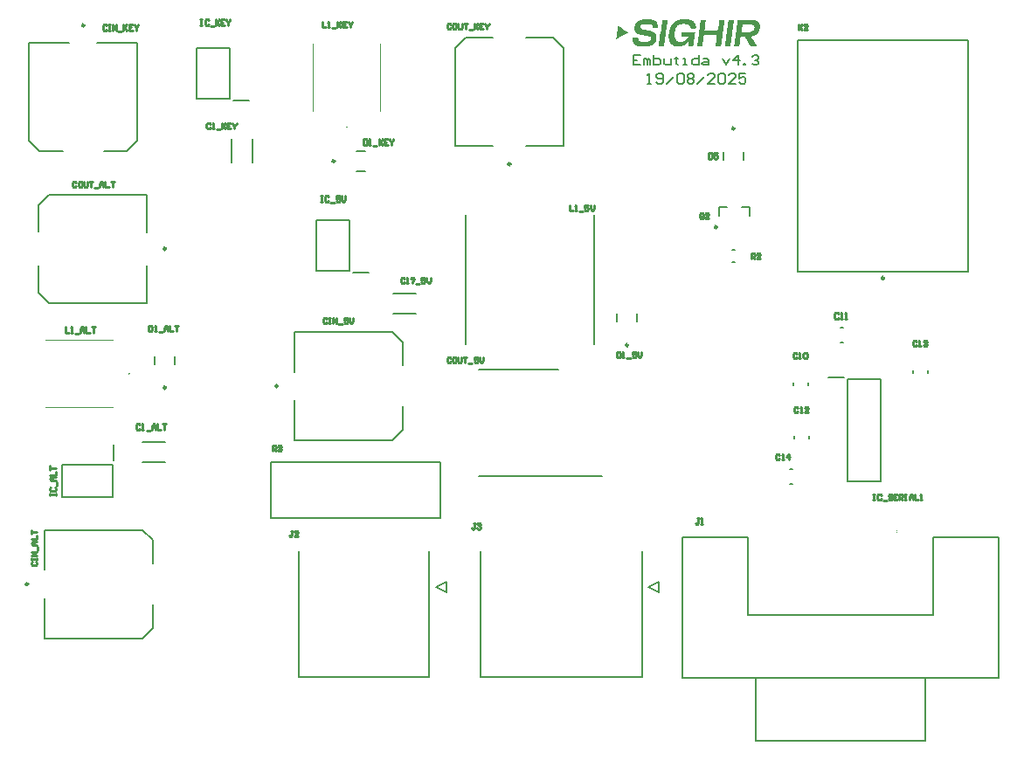
<source format=gto>
G04*
G04 #@! TF.GenerationSoftware,Altium Limited,Altium Designer,25.8.1 (18)*
G04*
G04 Layer_Color=65535*
%FSLAX44Y44*%
%MOMM*%
G71*
G04*
G04 #@! TF.SameCoordinates,3D28AD71-2A70-4CFD-9337-590B9DAEE029*
G04*
G04*
G04 #@! TF.FilePolarity,Positive*
G04*
G01*
G75*
%ADD10C,0.1000*%
%ADD11C,0.2500*%
%ADD12C,0.2000*%
%ADD13C,0.1270*%
%ADD14C,0.2540*%
G36*
X615570Y631680D02*
X614690D01*
Y633440D01*
X615130D01*
Y636080D01*
X615570D01*
Y639160D01*
X616010D01*
Y641360D01*
X616450D01*
Y644000D01*
X616890D01*
Y644440D01*
X617770D01*
Y644000D01*
X618210D01*
Y643560D01*
X619090D01*
Y643120D01*
X619530D01*
Y642680D01*
X620410D01*
Y642240D01*
X620850D01*
Y641800D01*
X621290D01*
Y641360D01*
X622170D01*
Y640920D01*
X622610D01*
Y640480D01*
X623490D01*
Y640040D01*
X623930D01*
Y639600D01*
X624810D01*
Y639160D01*
X625250D01*
Y638720D01*
X626130D01*
Y637840D01*
X625690D01*
Y637400D01*
X624810D01*
Y636960D01*
X623930D01*
Y636520D01*
X623050D01*
Y636080D01*
X622170D01*
Y635640D01*
X621290D01*
Y635200D01*
X620850D01*
Y634760D01*
X619970D01*
Y634320D01*
X619090D01*
Y633880D01*
X618210D01*
Y633440D01*
X617770D01*
Y633000D01*
X616890D01*
Y632560D01*
X616450D01*
Y632120D01*
X615570D01*
Y631680D01*
D02*
G37*
G36*
X639330Y629480D02*
X646370D01*
Y629920D01*
X647250D01*
Y630360D01*
X647690D01*
Y630800D01*
X648130D01*
Y631240D01*
X648570D01*
Y633000D01*
X648130D01*
Y633880D01*
X647250D01*
Y634320D01*
X645930D01*
Y634760D01*
X643730D01*
Y635200D01*
X641530D01*
Y635640D01*
X639330D01*
Y636080D01*
X637130D01*
Y636520D01*
X636690D01*
Y636960D01*
X635370D01*
Y637400D01*
X634930D01*
Y637840D01*
X634490D01*
Y638280D01*
X634050D01*
Y638720D01*
X633610D01*
Y639160D01*
X633170D01*
Y640040D01*
X632730D01*
Y644440D01*
X633170D01*
Y645760D01*
X633610D01*
Y646640D01*
X634050D01*
Y647520D01*
X634490D01*
Y647960D01*
X634930D01*
Y648400D01*
X635370D01*
Y648840D01*
X635810D01*
Y649280D01*
X636690D01*
Y649720D01*
X637130D01*
Y650160D01*
X638450D01*
Y650600D01*
X640210D01*
Y651040D01*
X644610D01*
Y651480D01*
X645930D01*
Y651040D01*
X649450D01*
Y650600D01*
X651210D01*
Y650160D01*
X652090D01*
Y649720D01*
X652970D01*
Y649280D01*
X653410D01*
Y648840D01*
X653850D01*
Y648400D01*
X654290D01*
Y647520D01*
X654730D01*
Y646200D01*
X655170D01*
Y642680D01*
X650330D01*
Y644000D01*
X649890D01*
Y644880D01*
X649450D01*
Y645320D01*
X649010D01*
Y645760D01*
X648130D01*
Y646200D01*
X640210D01*
Y645760D01*
X639330D01*
Y645320D01*
X638890D01*
Y644880D01*
X638450D01*
Y644000D01*
X638010D01*
Y642680D01*
X638450D01*
Y642240D01*
X638890D01*
Y641800D01*
X639770D01*
Y641360D01*
X641530D01*
Y640920D01*
X644170D01*
Y640480D01*
X645930D01*
Y640040D01*
X648130D01*
Y639600D01*
X649890D01*
Y639160D01*
X650330D01*
Y638720D01*
X651650D01*
Y638280D01*
X652090D01*
Y637840D01*
X652530D01*
Y637400D01*
X652970D01*
Y636960D01*
X653410D01*
Y635640D01*
X653850D01*
Y630800D01*
X653410D01*
Y629480D01*
X652970D01*
Y628600D01*
X652530D01*
Y628160D01*
X652090D01*
Y627280D01*
X651210D01*
Y626840D01*
X650770D01*
Y626400D01*
X650330D01*
Y625960D01*
X649450D01*
Y625520D01*
X647690D01*
Y625080D01*
X645930D01*
Y624640D01*
X637130D01*
Y625080D01*
X635370D01*
Y625520D01*
X634050D01*
Y625960D01*
X633610D01*
Y626400D01*
X633170D01*
Y626840D01*
X632730D01*
Y627280D01*
X632290D01*
Y627720D01*
X631850D01*
Y628600D01*
X631410D01*
Y629480D01*
X630970D01*
Y633000D01*
X631850D01*
Y633440D01*
X635370D01*
Y633000D01*
X635810D01*
Y632120D01*
X636250D01*
Y631240D01*
X636690D01*
Y630360D01*
X637130D01*
Y629920D01*
X638010D01*
Y629480D01*
X638890D01*
X639330D01*
D02*
G37*
G36*
X661330Y627280D02*
Y625520D01*
X660890D01*
Y625080D01*
X656050D01*
Y626400D01*
X656490D01*
Y630360D01*
X656930D01*
Y633000D01*
X657370D01*
Y636520D01*
X657810D01*
Y639160D01*
X658250D01*
Y642680D01*
X658690D01*
Y645760D01*
X659130D01*
Y648840D01*
X659570D01*
Y650600D01*
X664410D01*
Y646200D01*
X663970D01*
Y643560D01*
X663530D01*
Y640920D01*
X663090D01*
Y637840D01*
X662650D01*
Y633880D01*
X662210D01*
Y631240D01*
X661770D01*
Y628160D01*
X661330D01*
Y627720D01*
Y627280D01*
D02*
G37*
G36*
X688610Y641800D02*
X687290D01*
Y642240D01*
X686850D01*
Y644000D01*
X686410D01*
Y644440D01*
X685970D01*
Y644880D01*
X685530D01*
Y645320D01*
X685090D01*
Y645760D01*
X684210D01*
Y646200D01*
X681130D01*
Y646640D01*
X679370D01*
Y646200D01*
X676290D01*
Y645760D01*
X675410D01*
Y645320D01*
X674970D01*
Y644880D01*
X674090D01*
Y644440D01*
X673650D01*
Y643560D01*
X673210D01*
Y643120D01*
X672770D01*
Y642240D01*
X672330D01*
Y641360D01*
X671890D01*
Y639600D01*
X671450D01*
Y633000D01*
X671890D01*
Y631680D01*
X672330D01*
Y631240D01*
X672770D01*
Y630800D01*
X673210D01*
Y630360D01*
X674090D01*
Y629920D01*
X674530D01*
Y629480D01*
X679810D01*
Y629920D01*
X680690D01*
Y630360D01*
X681570D01*
Y630800D01*
X682010D01*
Y631240D01*
X682450D01*
Y631680D01*
X682890D01*
Y632120D01*
X683330D01*
Y632560D01*
X683770D01*
Y633000D01*
X684210D01*
Y633440D01*
X684650D01*
Y634320D01*
X678490D01*
Y634760D01*
X678050D01*
Y635640D01*
X678490D01*
Y638720D01*
X691690D01*
Y637400D01*
X691250D01*
Y635200D01*
X690810D01*
Y631680D01*
X690370D01*
Y628600D01*
X689930D01*
Y625520D01*
X689490D01*
Y625080D01*
X684650D01*
Y626400D01*
X685090D01*
Y629040D01*
X685530D01*
Y629480D01*
X684650D01*
Y629040D01*
X684210D01*
Y628600D01*
X683770D01*
Y628160D01*
X683330D01*
Y627720D01*
X682890D01*
Y627280D01*
X682450D01*
Y626840D01*
X681570D01*
Y626400D01*
X681130D01*
Y625960D01*
X680250D01*
Y625520D01*
X679370D01*
Y625080D01*
X678050D01*
Y624640D01*
X672330D01*
Y625080D01*
X670570D01*
Y625520D01*
X669690D01*
Y625960D01*
X669250D01*
Y626400D01*
X668810D01*
Y626840D01*
X668370D01*
Y627280D01*
X667930D01*
Y627720D01*
X667490D01*
Y628600D01*
X667050D01*
Y629040D01*
X666610D01*
Y630360D01*
X666170D01*
Y632560D01*
X665730D01*
Y636960D01*
X666170D01*
Y640040D01*
X666610D01*
Y641360D01*
X667050D01*
Y642680D01*
X667490D01*
Y643560D01*
X667930D01*
Y644440D01*
X668370D01*
Y645320D01*
X668810D01*
Y646200D01*
X669250D01*
Y646640D01*
X669690D01*
Y647080D01*
X670130D01*
Y647520D01*
X670570D01*
Y647960D01*
X671010D01*
Y648400D01*
X671450D01*
Y648840D01*
X671890D01*
Y649280D01*
X672770D01*
Y649720D01*
X673650D01*
Y650160D01*
X674970D01*
Y650600D01*
X676290D01*
Y651040D01*
X680690D01*
Y651480D01*
X681570D01*
Y651040D01*
X685530D01*
Y650600D01*
X687290D01*
Y650160D01*
X688610D01*
Y649720D01*
X689050D01*
Y649280D01*
X689930D01*
Y648840D01*
X690370D01*
Y647960D01*
X690810D01*
Y647520D01*
X691250D01*
Y646640D01*
X691690D01*
Y644440D01*
X692130D01*
Y642680D01*
X691690D01*
Y641800D01*
X689050D01*
X688610D01*
D02*
G37*
G36*
X698730Y629040D02*
Y625960D01*
X698290D01*
Y625080D01*
X693450D01*
Y628600D01*
X693890D01*
Y632120D01*
X694330D01*
Y634320D01*
X694770D01*
Y637840D01*
X695210D01*
Y641360D01*
X695650D01*
Y644000D01*
X696090D01*
Y647520D01*
X696530D01*
Y650160D01*
X696970D01*
Y650600D01*
X701810D01*
Y648840D01*
X701370D01*
Y645320D01*
X700930D01*
Y641360D01*
X700490D01*
Y640480D01*
X700930D01*
Y640040D01*
X713250D01*
Y641360D01*
X713690D01*
Y644440D01*
X714130D01*
Y647520D01*
X714570D01*
Y650160D01*
X715010D01*
Y650600D01*
X719850D01*
Y648400D01*
X719410D01*
Y645320D01*
X718970D01*
Y641800D01*
X718530D01*
Y639600D01*
X718090D01*
Y636080D01*
X717650D01*
Y632120D01*
X717210D01*
Y629040D01*
X716770D01*
Y626400D01*
X716330D01*
Y625080D01*
X711490D01*
Y628600D01*
X711930D01*
Y631680D01*
X712370D01*
Y634760D01*
X712810D01*
Y635200D01*
X712370D01*
Y635640D01*
X700050D01*
Y635200D01*
X699610D01*
Y633000D01*
X699170D01*
Y629480D01*
X698730D01*
Y629040D01*
D02*
G37*
G36*
X722050Y636520D02*
Y640040D01*
X722490D01*
Y642680D01*
X722930D01*
Y646200D01*
X723370D01*
Y648840D01*
X723810D01*
Y650600D01*
X728650D01*
Y647080D01*
X728210D01*
Y643560D01*
X727770D01*
Y640920D01*
X727330D01*
Y637840D01*
X726890D01*
Y634320D01*
X726450D01*
Y631680D01*
X726010D01*
Y628160D01*
X725570D01*
Y625520D01*
X725130D01*
Y625080D01*
X720290D01*
Y626840D01*
X720730D01*
Y630360D01*
X721170D01*
Y633880D01*
X721610D01*
Y636520D01*
X722050D01*
D02*
G37*
G36*
X748450Y650160D02*
X750210D01*
Y649720D01*
X751090D01*
Y649280D01*
X751970D01*
Y648840D01*
X752410D01*
Y648400D01*
X752850D01*
Y647960D01*
X753290D01*
Y647080D01*
X753730D01*
Y646200D01*
X754170D01*
Y641800D01*
X753730D01*
Y640040D01*
X753290D01*
Y639160D01*
X752850D01*
Y638280D01*
X752410D01*
Y637840D01*
X751970D01*
Y637400D01*
X751530D01*
Y636960D01*
X751090D01*
Y636520D01*
X750650D01*
Y636080D01*
X750210D01*
Y635640D01*
X749330D01*
Y635200D01*
X748450D01*
Y634760D01*
X746690D01*
Y634320D01*
X745810D01*
Y633440D01*
X746250D01*
Y632560D01*
X746690D01*
Y632120D01*
X747130D01*
Y631240D01*
X747570D01*
Y630800D01*
X748010D01*
Y629920D01*
X748450D01*
Y629040D01*
X748890D01*
Y628600D01*
X749330D01*
Y627720D01*
X749770D01*
Y627280D01*
X750210D01*
Y626400D01*
X750650D01*
Y625960D01*
X751090D01*
Y625080D01*
X744930D01*
Y625520D01*
X744490D01*
Y625960D01*
X744050D01*
Y626840D01*
X743610D01*
Y627720D01*
X743170D01*
Y628160D01*
X742730D01*
Y629040D01*
X742290D01*
Y629920D01*
X741850D01*
Y630360D01*
X741410D01*
Y631240D01*
X740970D01*
Y631680D01*
X740530D01*
Y632560D01*
X740090D01*
Y633440D01*
X739650D01*
Y633880D01*
X739210D01*
Y634320D01*
X736130D01*
Y633880D01*
X735690D01*
Y633440D01*
X735250D01*
Y629920D01*
X734810D01*
Y626840D01*
X734370D01*
Y625080D01*
X729090D01*
Y626400D01*
X729530D01*
Y628600D01*
X729970D01*
Y632120D01*
X730410D01*
Y636080D01*
X730850D01*
Y638280D01*
X731290D01*
Y641800D01*
X731730D01*
Y642680D01*
Y643120D01*
Y644880D01*
X732170D01*
Y647960D01*
X732610D01*
Y650160D01*
X733050D01*
Y650600D01*
X748450D01*
Y650160D01*
D02*
G37*
%LPC*%
G36*
X744930Y646200D02*
X737450D01*
Y645320D01*
X737010D01*
Y643120D01*
X736570D01*
Y640480D01*
Y640040D01*
Y638720D01*
X745370D01*
Y639160D01*
X746690D01*
Y639600D01*
X747130D01*
Y640040D01*
X748010D01*
Y640920D01*
X748450D01*
Y642680D01*
X748890D01*
Y643560D01*
X748450D01*
Y644880D01*
X748010D01*
Y645320D01*
X747130D01*
Y645760D01*
X744930D01*
Y646200D01*
D02*
G37*
%LPD*%
D10*
X886870Y155080D02*
G03*
X886870Y154080I0J-500D01*
G01*
D02*
G03*
X886870Y155080I0J500D01*
G01*
X61870Y275180D02*
X126870D01*
X61870Y340180D02*
X126870D01*
X320870Y562180D02*
Y627180D01*
X385870Y562180D02*
Y627180D01*
D11*
X874620Y400180D02*
G03*
X874620Y400180I-1250J0D01*
G01*
X45120Y103680D02*
G03*
X45120Y103680I-1250J0D01*
G01*
X178620Y294180D02*
G03*
X178620Y294180I-1250J0D01*
G01*
X287120Y295680D02*
G03*
X287120Y295680I-1250J0D01*
G01*
X178620Y428680D02*
G03*
X178620Y428680I-1250J0D01*
G01*
X99620Y645180D02*
G03*
X99620Y645180I-1250J0D01*
G01*
X342120Y513680D02*
G03*
X342120Y513680I-1250J0D01*
G01*
X512620Y510680D02*
G03*
X512620Y510680I-1250J0D01*
G01*
X626620Y335180D02*
G03*
X626620Y335180I-1250J0D01*
G01*
X729620Y545180D02*
G03*
X729620Y545180I-1250J0D01*
G01*
X712620Y449680D02*
G03*
X712620Y449680I-1250J0D01*
G01*
D12*
X142870Y307680D02*
G03*
X142870Y307680I-500J0D01*
G01*
X353870Y546680D02*
G03*
X353870Y546680I-500J0D01*
G01*
X444870Y167680D02*
Y221680D01*
X279870D02*
X444870D01*
X279870Y167680D02*
Y221680D01*
Y167680D02*
X444870D01*
X832070Y73680D02*
X922070D01*
Y148680D01*
X985570D01*
Y12680D02*
Y148680D01*
X678570Y12680D02*
X985570D01*
X678570D02*
Y148680D01*
X742070D01*
Y73680D02*
Y148680D01*
Y73680D02*
X832070D01*
X914070Y-48320D02*
Y12680D01*
X750070Y-48320D02*
X914070D01*
X750070D02*
Y12680D01*
X790870Y406180D02*
Y631180D01*
X955870D01*
Y406180D02*
Y631180D01*
X790870Y406180D02*
X955870D01*
X60870Y51180D02*
Y89930D01*
Y117430D02*
Y156180D01*
X155870D01*
X60870Y51180D02*
X155870D01*
Y156180D02*
X165870Y146180D01*
X155870Y51180D02*
X165870Y61180D01*
Y123680D02*
Y146180D01*
Y61180D02*
Y83680D01*
X126870Y187680D02*
Y219680D01*
X77870Y187680D02*
X126870D01*
X77870D02*
Y219680D01*
X126870D01*
X128170Y223180D02*
Y238430D01*
X155320Y241680D02*
X177420D01*
X155320Y221680D02*
X177420D01*
X186870Y316830D02*
Y324530D01*
X167870Y316830D02*
Y324530D01*
X302870Y243180D02*
Y281930D01*
Y309430D02*
Y348180D01*
X397870D01*
X302870Y243180D02*
X397870D01*
Y348180D02*
X407870Y338180D01*
X397870Y243180D02*
X407870Y253180D01*
Y315680D02*
Y338180D01*
Y253180D02*
Y275680D01*
X481870Y208180D02*
X601370D01*
X481870Y311180D02*
X559120D01*
X54870Y445030D02*
Y471180D01*
Y386180D02*
Y412330D01*
Y471180D02*
X64870Y481180D01*
X54870Y386180D02*
X64870Y376180D01*
Y481180D02*
X159870D01*
X64870Y376180D02*
X159870D01*
Y412430D01*
Y444930D02*
Y481180D01*
X45870Y628180D02*
X84620D01*
X112120D02*
X150870D01*
Y533180D02*
Y628180D01*
X45870Y533180D02*
Y628180D01*
X140870Y523180D02*
X150870Y533180D01*
X45870D02*
X55870Y523180D01*
X118370D02*
X140870D01*
X55870D02*
X78370D01*
X262370Y512630D02*
Y534730D01*
X242370Y512630D02*
Y534730D01*
X208490Y573830D02*
X240490D01*
X208490D02*
Y622830D01*
X240490D01*
Y573830D02*
Y622830D01*
X243990Y572530D02*
X259240D01*
X398320Y365680D02*
X420420D01*
X398320Y385680D02*
X420420D01*
X324370Y407180D02*
X356370D01*
X324370D02*
Y456180D01*
X356370D01*
Y407180D02*
Y456180D01*
X359870Y405880D02*
X375120D01*
X593870Y336180D02*
Y461180D01*
X468870Y336180D02*
Y461180D01*
X363520Y504180D02*
X371220D01*
X363520Y523180D02*
X371220D01*
X527620Y528180D02*
X563870D01*
X458870D02*
X495120D01*
X458870D02*
Y623180D01*
X563870Y528180D02*
Y623180D01*
X458870D02*
X468870Y633180D01*
X553870D02*
X563870Y623180D01*
X468870Y633180D02*
X495020D01*
X527720D02*
X553870D01*
X783120Y214930D02*
X785620D01*
X783120Y200430D02*
X785620D01*
X786120Y296430D02*
Y298930D01*
X800620Y296430D02*
Y298930D01*
X820620Y303880D02*
X835870D01*
X839370Y203180D02*
Y302180D01*
Y203180D02*
X871370D01*
Y302180D01*
X839370D02*
X871370D01*
X787120Y244430D02*
Y246930D01*
X801620Y244430D02*
Y246930D01*
X902120Y308430D02*
Y310930D01*
X916620Y308430D02*
Y310930D01*
X615870Y357830D02*
Y365530D01*
X634870Y357830D02*
Y365530D01*
X727370Y427430D02*
X729370D01*
X727370Y415930D02*
X729370D01*
X718620Y514830D02*
Y522530D01*
X738120Y514830D02*
Y522530D01*
X832120Y337430D02*
X834620D01*
X832120Y351930D02*
X834620D01*
X736370Y468680D02*
X744370D01*
Y460680D02*
Y468680D01*
X714370D02*
X722370D01*
X714370Y460680D02*
Y468680D01*
X645370Y588680D02*
X648702D01*
X647036D01*
Y598677D01*
X645370Y597011D01*
X653701Y590346D02*
X655367Y588680D01*
X658699D01*
X660365Y590346D01*
Y597011D01*
X658699Y598677D01*
X655367D01*
X653701Y597011D01*
Y595345D01*
X655367Y593678D01*
X660365D01*
X663697Y588680D02*
X670362Y595345D01*
X673694Y597011D02*
X675360Y598677D01*
X678693D01*
X680359Y597011D01*
Y590346D01*
X678693Y588680D01*
X675360D01*
X673694Y590346D01*
Y597011D01*
X683691D02*
X685357Y598677D01*
X688689D01*
X690356Y597011D01*
Y595345D01*
X688689Y593678D01*
X690356Y592012D01*
Y590346D01*
X688689Y588680D01*
X685357D01*
X683691Y590346D01*
Y592012D01*
X685357Y593678D01*
X683691Y595345D01*
Y597011D01*
X685357Y593678D02*
X688689D01*
X693688Y588680D02*
X700352Y595345D01*
X710349Y588680D02*
X703684D01*
X710349Y595345D01*
Y597011D01*
X708683Y598677D01*
X705351D01*
X703684Y597011D01*
X713681D02*
X715348Y598677D01*
X718680D01*
X720346Y597011D01*
Y590346D01*
X718680Y588680D01*
X715348D01*
X713681Y590346D01*
Y597011D01*
X730343Y588680D02*
X723678D01*
X730343Y595345D01*
Y597011D01*
X728677Y598677D01*
X725344D01*
X723678Y597011D01*
X740339Y598677D02*
X733675D01*
Y593678D01*
X737007Y595345D01*
X738673D01*
X740339Y593678D01*
Y590346D01*
X738673Y588680D01*
X735341D01*
X733675Y590346D01*
X638035Y616677D02*
X631370D01*
Y606680D01*
X638035D01*
X631370Y611678D02*
X634702D01*
X641367Y606680D02*
Y613344D01*
X643033D01*
X644699Y611678D01*
Y606680D01*
Y611678D01*
X646365Y613344D01*
X648031Y611678D01*
Y606680D01*
X651364Y616677D02*
Y606680D01*
X656362D01*
X658028Y608346D01*
Y610012D01*
Y611678D01*
X656362Y613344D01*
X651364D01*
X661360D02*
Y608346D01*
X663027Y606680D01*
X668025D01*
Y613344D01*
X673023Y615011D02*
Y613344D01*
X671357D01*
X674689D01*
X673023D01*
Y608346D01*
X674689Y606680D01*
X679688D02*
X683020D01*
X681354D01*
Y613344D01*
X679688D01*
X694683Y616677D02*
Y606680D01*
X689685D01*
X688018Y608346D01*
Y611678D01*
X689685Y613344D01*
X694683D01*
X699681D02*
X703014D01*
X704680Y611678D01*
Y606680D01*
X699681D01*
X698015Y608346D01*
X699681Y610012D01*
X704680D01*
X718009Y613344D02*
X721341Y606680D01*
X724673Y613344D01*
X733004Y606680D02*
Y616677D01*
X728006Y611678D01*
X734670D01*
X738002Y606680D02*
Y608346D01*
X739668D01*
Y606680D01*
X738002D01*
X746333Y615011D02*
X747999Y616677D01*
X751331D01*
X752997Y615011D01*
Y613344D01*
X751331Y611678D01*
X749665D01*
X751331D01*
X752997Y610012D01*
Y608346D01*
X751331Y606680D01*
X747999D01*
X746333Y608346D01*
D13*
X440370Y100680D02*
X450370Y105680D01*
X440370Y100680D02*
X450370Y95680D01*
Y105680D01*
X307120Y13480D02*
Y135880D01*
Y13480D02*
X433620D01*
Y135880D01*
X639620Y13480D02*
Y135880D01*
X483120Y13480D02*
X639620D01*
X483120D02*
Y135880D01*
X656370Y95680D02*
Y105680D01*
X646370Y100680D02*
X656370Y95680D01*
X646370Y100680D02*
X656370Y105680D01*
D14*
X301497Y155299D02*
X299751D01*
X300624D01*
Y150934D01*
X299751Y150061D01*
X298878D01*
X298005Y150934D01*
X306735Y150061D02*
X303243D01*
X306735Y153553D01*
Y154426D01*
X305862Y155299D01*
X304116D01*
X303243Y154426D01*
X282005Y233061D02*
Y238299D01*
X284624D01*
X285497Y237426D01*
Y235680D01*
X284624Y234807D01*
X282005D01*
X283751D02*
X285497Y233061D01*
X287243Y237426D02*
X288116Y238299D01*
X289862D01*
X290735Y237426D01*
Y236553D01*
X289862Y235680D01*
X288989D01*
X289862D01*
X290735Y234807D01*
Y233934D01*
X289862Y233061D01*
X288116D01*
X287243Y233934D01*
X478497Y162299D02*
X476751D01*
X477624D01*
Y157934D01*
X476751Y157061D01*
X475878D01*
X475005Y157934D01*
X480243Y161426D02*
X481116Y162299D01*
X482862D01*
X483735Y161426D01*
Y160553D01*
X482862Y159680D01*
X481989D01*
X482862D01*
X483735Y158807D01*
Y157934D01*
X482862Y157061D01*
X481116D01*
X480243Y157934D01*
X695370Y167299D02*
X693624D01*
X694497D01*
Y162934D01*
X693624Y162061D01*
X692751D01*
X691878Y162934D01*
X697116Y162061D02*
X698862D01*
X697989D01*
Y167299D01*
X697116Y166426D01*
X791464Y646080D02*
Y640842D01*
Y642588D01*
X794956Y646080D01*
X792337Y643461D01*
X794956Y640842D01*
X800194D02*
X796702D01*
X800194Y644334D01*
Y645207D01*
X799321Y646080D01*
X797575D01*
X796702Y645207D01*
X49187Y125148D02*
X48314Y124275D01*
Y122529D01*
X49187Y121656D01*
X52680D01*
X53553Y122529D01*
Y124275D01*
X52680Y125148D01*
X48314Y126894D02*
Y128640D01*
Y127767D01*
X53553D01*
Y126894D01*
Y128640D01*
Y131259D02*
X48314D01*
X53553Y134751D01*
X48314D01*
X54426Y136497D02*
Y139990D01*
X53553Y141736D02*
X50060D01*
X48314Y143482D01*
X50060Y145228D01*
X53553D01*
X50933D01*
Y141736D01*
X48314Y146974D02*
X53553D01*
Y150466D01*
X48314Y152212D02*
Y155704D01*
Y153958D01*
X53553D01*
X66314Y189275D02*
Y191021D01*
Y190148D01*
X71553D01*
Y189275D01*
Y191021D01*
X67187Y197132D02*
X66314Y196259D01*
Y194513D01*
X67187Y193640D01*
X70680D01*
X71553Y194513D01*
Y196259D01*
X70680Y197132D01*
X72426Y198878D02*
Y202370D01*
X71553Y204116D02*
X68060D01*
X66314Y205863D01*
X68060Y207609D01*
X71553D01*
X68934D01*
Y204116D01*
X66314Y209355D02*
X71553D01*
Y212847D01*
X66314Y214593D02*
Y218085D01*
Y216339D01*
X71553D01*
X153457Y257863D02*
X152584Y258736D01*
X150838D01*
X149965Y257863D01*
Y254370D01*
X150838Y253497D01*
X152584D01*
X153457Y254370D01*
X155203Y253497D02*
X156949D01*
X156076D01*
Y258736D01*
X155203Y257863D01*
X159568Y252624D02*
X163060D01*
X164806Y253497D02*
Y256990D01*
X166553Y258736D01*
X168299Y256990D01*
Y253497D01*
Y256117D01*
X164806D01*
X170045Y258736D02*
Y253497D01*
X173537D01*
X175283Y258736D02*
X178775D01*
X177029D01*
Y253497D01*
X80965Y352736D02*
Y347497D01*
X84457D01*
X86203D02*
X87949D01*
X87076D01*
Y352736D01*
X86203Y351863D01*
X90568Y346624D02*
X94060D01*
X95807Y347497D02*
Y350990D01*
X97553Y352736D01*
X99299Y350990D01*
Y347497D01*
Y350117D01*
X95807D01*
X101045Y352736D02*
Y347497D01*
X104537D01*
X106283Y352736D02*
X109775D01*
X108029D01*
Y347497D01*
X161965Y353736D02*
Y348497D01*
X164584D01*
X165457Y349370D01*
Y352863D01*
X164584Y353736D01*
X161965D01*
X167203Y348497D02*
X168949D01*
X168076D01*
Y353736D01*
X167203Y352863D01*
X171568Y347624D02*
X175060D01*
X176807Y348497D02*
Y351990D01*
X178553Y353736D01*
X180299Y351990D01*
Y348497D01*
Y351116D01*
X176807D01*
X182045Y353736D02*
Y348497D01*
X185537D01*
X187283Y353736D02*
X190775D01*
X189029D01*
Y348497D01*
X334457Y360863D02*
X333584Y361736D01*
X331838D01*
X330965Y360863D01*
Y357370D01*
X331838Y356497D01*
X333584D01*
X334457Y357370D01*
X336203Y361736D02*
X337949D01*
X337076D01*
Y356497D01*
X336203D01*
X337949D01*
X340568D02*
Y361736D01*
X344060Y356497D01*
Y361736D01*
X345807Y355624D02*
X349299D01*
X354537Y361736D02*
X351045D01*
Y359117D01*
X352791Y359990D01*
X353664D01*
X354537Y359117D01*
Y357370D01*
X353664Y356497D01*
X351918D01*
X351045Y357370D01*
X356283Y361736D02*
Y358243D01*
X358029Y356497D01*
X359775Y358243D01*
Y361736D01*
X454401Y322863D02*
X453528Y323736D01*
X451782D01*
X450909Y322863D01*
Y319370D01*
X451782Y318497D01*
X453528D01*
X454401Y319370D01*
X458767Y323736D02*
X457020D01*
X456147Y322863D01*
Y319370D01*
X457020Y318497D01*
X458767D01*
X459640Y319370D01*
Y322863D01*
X458767Y323736D01*
X461386D02*
Y319370D01*
X462259Y318497D01*
X464005D01*
X464878Y319370D01*
Y323736D01*
X466624D02*
X470116D01*
X468370D01*
Y318497D01*
X471862Y317624D02*
X475354D01*
X480593Y323736D02*
X477100D01*
Y321116D01*
X478847Y321990D01*
X479720D01*
X480593Y321116D01*
Y319370D01*
X479720Y318497D01*
X477974D01*
X477100Y319370D01*
X482339Y323736D02*
Y320243D01*
X484085Y318497D01*
X485831Y320243D01*
Y323736D01*
X91782Y492863D02*
X90909Y493736D01*
X89163D01*
X88290Y492863D01*
Y489370D01*
X89163Y488497D01*
X90909D01*
X91782Y489370D01*
X96147Y493736D02*
X94401D01*
X93528Y492863D01*
Y489370D01*
X94401Y488497D01*
X96147D01*
X97020Y489370D01*
Y492863D01*
X96147Y493736D01*
X98766D02*
Y489370D01*
X99640Y488497D01*
X101386D01*
X102259Y489370D01*
Y493736D01*
X104005D02*
X107497D01*
X105751D01*
Y488497D01*
X109243Y487624D02*
X112735D01*
X114481Y488497D02*
Y491990D01*
X116227Y493736D01*
X117973Y491990D01*
Y488497D01*
Y491116D01*
X114481D01*
X119720Y493736D02*
Y488497D01*
X123212D01*
X124958Y493736D02*
X128450D01*
X126704D01*
Y488497D01*
X120838Y644863D02*
X119965Y645736D01*
X118219D01*
X117346Y644863D01*
Y641370D01*
X118219Y640497D01*
X119965D01*
X120838Y641370D01*
X122584Y645736D02*
X124330D01*
X123457D01*
Y640497D01*
X122584D01*
X124330D01*
X126949D02*
Y645736D01*
X130441Y640497D01*
Y645736D01*
X132187Y639624D02*
X135680D01*
X137426Y645736D02*
Y640497D01*
Y642243D01*
X140918Y645736D01*
X138299Y643117D01*
X140918Y640497D01*
X146156Y645736D02*
X142664D01*
Y640497D01*
X146156D01*
X142664Y643117D02*
X144410D01*
X147902Y645736D02*
Y644863D01*
X149648Y643117D01*
X151394Y644863D01*
Y645736D01*
X149648Y643117D02*
Y640497D01*
X221457Y549863D02*
X220584Y550736D01*
X218838D01*
X217965Y549863D01*
Y546370D01*
X218838Y545497D01*
X220584D01*
X221457Y546370D01*
X223203Y545497D02*
X224949D01*
X224076D01*
Y550736D01*
X223203Y549863D01*
X227568Y544624D02*
X231060D01*
X232806Y550736D02*
Y545497D01*
Y547243D01*
X236299Y550736D01*
X233680Y548116D01*
X236299Y545497D01*
X241537Y550736D02*
X238045D01*
Y545497D01*
X241537D01*
X238045Y548116D02*
X239791D01*
X243283Y550736D02*
Y549863D01*
X245029Y548116D01*
X246775Y549863D01*
Y550736D01*
X245029Y548116D02*
Y545497D01*
X211965Y650736D02*
X213711D01*
X212838D01*
Y645497D01*
X211965D01*
X213711D01*
X219822Y649863D02*
X218949Y650736D01*
X217203D01*
X216330Y649863D01*
Y646370D01*
X217203Y645497D01*
X218949D01*
X219822Y646370D01*
X221568Y644624D02*
X225060D01*
X226807Y650736D02*
Y645497D01*
Y647243D01*
X230299Y650736D01*
X227680Y648117D01*
X230299Y645497D01*
X235537Y650736D02*
X232045D01*
Y645497D01*
X235537D01*
X232045Y648117D02*
X233791D01*
X237283Y650736D02*
Y649863D01*
X239029Y648117D01*
X240775Y649863D01*
Y650736D01*
X239029Y648117D02*
Y645497D01*
X409457Y399863D02*
X408584Y400736D01*
X406838D01*
X405965Y399863D01*
Y396370D01*
X406838Y395497D01*
X408584D01*
X409457Y396370D01*
X411203Y395497D02*
X412949D01*
X412076D01*
Y400736D01*
X411203Y399863D01*
X415568D02*
X416441Y400736D01*
X418187D01*
X419060Y399863D01*
Y398990D01*
X417314Y397243D01*
Y396370D02*
Y395497D01*
X420807Y394624D02*
X424299D01*
X429537Y400736D02*
X426045D01*
Y398116D01*
X427791Y398990D01*
X428664D01*
X429537Y398116D01*
Y396370D01*
X428664Y395497D01*
X426918D01*
X426045Y396370D01*
X431283Y400736D02*
Y397243D01*
X433029Y395497D01*
X434775Y397243D01*
Y400736D01*
X328584Y479736D02*
X330330D01*
X329457D01*
Y474497D01*
X328584D01*
X330330D01*
X336441Y478863D02*
X335568Y479736D01*
X333822D01*
X332949Y478863D01*
Y475370D01*
X333822Y474497D01*
X335568D01*
X336441Y475370D01*
X338187Y473624D02*
X341680D01*
X346918Y479736D02*
X343426D01*
Y477117D01*
X345172Y477990D01*
X346045D01*
X346918Y477117D01*
Y475370D01*
X346045Y474497D01*
X344299D01*
X343426Y475370D01*
X348664Y479736D02*
Y476244D01*
X350410Y474497D01*
X352156Y476244D01*
Y479736D01*
X569584Y470736D02*
Y465497D01*
X573076D01*
X574822D02*
X576568D01*
X575695D01*
Y470736D01*
X574822Y469863D01*
X579187Y464624D02*
X582680D01*
X587918Y470736D02*
X584426D01*
Y468116D01*
X586172Y468990D01*
X587045D01*
X587918Y468116D01*
Y466370D01*
X587045Y465497D01*
X585299D01*
X584426Y466370D01*
X589664Y470736D02*
Y467243D01*
X591410Y465497D01*
X593156Y467243D01*
Y470736D01*
X369965Y534736D02*
Y529497D01*
X372584D01*
X373457Y530370D01*
Y533863D01*
X372584Y534736D01*
X369965D01*
X375203Y529497D02*
X376949D01*
X376076D01*
Y534736D01*
X375203Y533863D01*
X379568Y528624D02*
X383060D01*
X384807Y534736D02*
Y529497D01*
Y531244D01*
X388299Y534736D01*
X385680Y532117D01*
X388299Y529497D01*
X393537Y534736D02*
X390045D01*
Y529497D01*
X393537D01*
X390045Y532117D02*
X391791D01*
X395283Y534736D02*
Y533863D01*
X397029Y532117D01*
X398775Y533863D01*
Y534736D01*
X397029Y532117D02*
Y529497D01*
X454782Y645863D02*
X453909Y646736D01*
X452163D01*
X451290Y645863D01*
Y642370D01*
X452163Y641497D01*
X453909D01*
X454782Y642370D01*
X459147Y646736D02*
X457401D01*
X456528Y645863D01*
Y642370D01*
X457401Y641497D01*
X459147D01*
X460020Y642370D01*
Y645863D01*
X459147Y646736D01*
X461767D02*
Y642370D01*
X462640Y641497D01*
X464386D01*
X465259Y642370D01*
Y646736D01*
X467005D02*
X470497D01*
X468751D01*
Y641497D01*
X472243Y640624D02*
X475735D01*
X477481Y646736D02*
Y641497D01*
Y643243D01*
X480974Y646736D01*
X478354Y644117D01*
X480974Y641497D01*
X486212Y646736D02*
X482720D01*
Y641497D01*
X486212D01*
X482720Y644117D02*
X484466D01*
X487958Y646736D02*
Y645863D01*
X489704Y644117D01*
X491450Y645863D01*
Y646736D01*
X489704Y644117D02*
Y641497D01*
X329965Y648736D02*
Y643497D01*
X333457D01*
X335203D02*
X336949D01*
X336076D01*
Y648736D01*
X335203Y647863D01*
X339568Y642624D02*
X343060D01*
X344807Y648736D02*
Y643497D01*
Y645244D01*
X348299Y648736D01*
X345680Y646116D01*
X348299Y643497D01*
X353537Y648736D02*
X350045D01*
Y643497D01*
X353537D01*
X350045Y646116D02*
X351791D01*
X355283Y648736D02*
Y647863D01*
X357029Y646116D01*
X358775Y647863D01*
Y648736D01*
X357029Y646116D02*
Y643497D01*
X773366Y228901D02*
X772493Y229774D01*
X770747D01*
X769874Y228901D01*
Y225409D01*
X770747Y224536D01*
X772493D01*
X773366Y225409D01*
X775112Y224536D02*
X776858D01*
X775985D01*
Y229774D01*
X775112Y228901D01*
X782097Y224536D02*
Y229774D01*
X779477Y227155D01*
X782970D01*
X790130Y326691D02*
X789257Y327564D01*
X787511D01*
X786638Y326691D01*
Y323199D01*
X787511Y322326D01*
X789257D01*
X790130Y323199D01*
X791876Y322326D02*
X793622D01*
X792749D01*
Y327564D01*
X791876Y326691D01*
X796242D02*
X797115Y327564D01*
X798861D01*
X799734Y326691D01*
Y323199D01*
X798861Y322326D01*
X797115D01*
X796242Y323199D01*
Y326691D01*
X863798Y190736D02*
X865544D01*
X864671D01*
Y185497D01*
X863798D01*
X865544D01*
X871655Y189863D02*
X870782Y190736D01*
X869036D01*
X868163Y189863D01*
Y186370D01*
X869036Y185497D01*
X870782D01*
X871655Y186370D01*
X873401Y184624D02*
X876893D01*
X882132Y189863D02*
X881259Y190736D01*
X879513D01*
X878640Y189863D01*
Y188990D01*
X879513Y188116D01*
X881259D01*
X882132Y187243D01*
Y186370D01*
X881259Y185497D01*
X879513D01*
X878640Y186370D01*
X887370Y190736D02*
X883878D01*
Y185497D01*
X887370D01*
X883878Y188116D02*
X885624D01*
X889116Y185497D02*
Y190736D01*
X891735D01*
X892608Y189863D01*
Y188116D01*
X891735Y187243D01*
X889116D01*
X890862D02*
X892608Y185497D01*
X894354Y190736D02*
X896100D01*
X895227D01*
Y185497D01*
X894354D01*
X896100D01*
X898720D02*
Y188990D01*
X900466Y190736D01*
X902212Y188990D01*
Y185497D01*
Y188116D01*
X898720D01*
X903958Y190736D02*
Y185497D01*
X907450D01*
X909196D02*
X910942D01*
X910069D01*
Y190736D01*
X909196Y189863D01*
X791146Y274621D02*
X790273Y275494D01*
X788527D01*
X787654Y274621D01*
Y271129D01*
X788527Y270256D01*
X790273D01*
X791146Y271129D01*
X792892Y270256D02*
X794638D01*
X793765D01*
Y275494D01*
X792892Y274621D01*
X800750Y270256D02*
X797258D01*
X800750Y273748D01*
Y274621D01*
X799877Y275494D01*
X798131D01*
X797258Y274621D01*
X906208Y338629D02*
X905335Y339502D01*
X903589D01*
X902716Y338629D01*
Y335137D01*
X903589Y334264D01*
X905335D01*
X906208Y335137D01*
X907954Y334264D02*
X909700D01*
X908827D01*
Y339502D01*
X907954Y338629D01*
X912319D02*
X913193Y339502D01*
X914939D01*
X915812Y338629D01*
Y337756D01*
X914939Y336883D01*
X914066D01*
X914939D01*
X915812Y336010D01*
Y335137D01*
X914939Y334264D01*
X913193D01*
X912319Y335137D01*
X615584Y328736D02*
Y323497D01*
X618203D01*
X619076Y324370D01*
Y327863D01*
X618203Y328736D01*
X615584D01*
X620822Y323497D02*
X622568D01*
X621695D01*
Y328736D01*
X620822Y327863D01*
X625187Y322624D02*
X628680D01*
X633918Y328736D02*
X630426D01*
Y326116D01*
X632172Y326990D01*
X633045D01*
X633918Y326116D01*
Y324370D01*
X633045Y323497D01*
X631299D01*
X630426Y324370D01*
X635664Y328736D02*
Y325243D01*
X637410Y323497D01*
X639156Y325243D01*
Y328736D01*
X746005Y419061D02*
Y424299D01*
X748624D01*
X749497Y423426D01*
Y421680D01*
X748624Y420807D01*
X746005D01*
X747751D02*
X749497Y419061D01*
X754735D02*
X751243D01*
X754735Y422553D01*
Y423426D01*
X753862Y424299D01*
X752116D01*
X751243Y423426D01*
X704005Y521299D02*
Y516061D01*
X706624D01*
X707497Y516934D01*
Y520426D01*
X706624Y521299D01*
X704005D01*
X712735D02*
X709243D01*
Y518680D01*
X710989Y519553D01*
X711862D01*
X712735Y518680D01*
Y516934D01*
X711862Y516061D01*
X710116D01*
X709243Y516934D01*
X830187Y365426D02*
X829314Y366299D01*
X827568D01*
X826695Y365426D01*
Y361934D01*
X827568Y361061D01*
X829314D01*
X830187Y361934D01*
X831934Y361061D02*
X833680D01*
X832806D01*
Y366299D01*
X831934Y365426D01*
X836299Y361061D02*
X838045D01*
X837172D01*
Y366299D01*
X836299Y365426D01*
X699497Y458934D02*
Y462426D01*
X698624Y463299D01*
X696878D01*
X696005Y462426D01*
Y458934D01*
X696878Y458061D01*
X698624D01*
X697751Y459807D02*
X699497Y458061D01*
X698624D02*
X699497Y458934D01*
X704735Y458061D02*
X701243D01*
X704735Y461553D01*
Y462426D01*
X703862Y463299D01*
X702116D01*
X701243Y462426D01*
M02*

</source>
